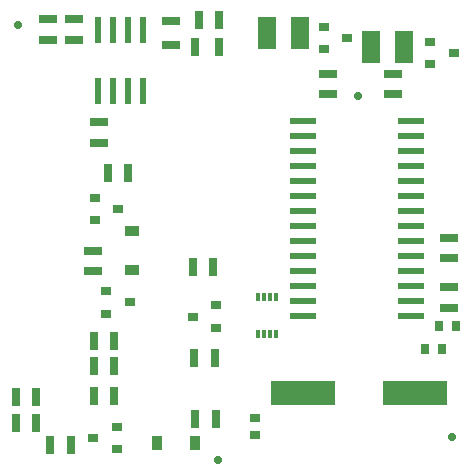
<source format=gbp>
%FSLAX24Y24*%
%MOIN*%
G70*
G01*
G75*
G04 Layer_Color=128*
%ADD10C,0.0079*%
%ADD11C,0.0276*%
%ADD12R,0.0276X0.0394*%
%ADD13R,0.0236X0.0886*%
%ADD14R,0.0591X0.0295*%
%ADD15R,0.0295X0.0591*%
%ADD16R,0.0354X0.0315*%
%ADD17R,0.0492X0.0433*%
%ADD18R,0.0906X0.0906*%
%ADD19R,0.0354X0.0315*%
%ADD20R,0.0315X0.0354*%
%ADD21R,0.0236X0.0197*%
%ADD22R,0.0394X0.0276*%
%ADD23R,0.0315X0.0630*%
%ADD24R,0.0846X0.0335*%
%ADD25C,0.0335*%
%ADD26R,0.0335X0.0846*%
%ADD27R,0.0886X0.0236*%
%ADD28R,0.0299X0.0945*%
%ADD29C,0.0138*%
%ADD30C,0.0100*%
%ADD31C,0.0118*%
%ADD32C,0.0098*%
%ADD33O,0.0669X0.1181*%
%ADD34R,0.0380X0.0380*%
%ADD35C,0.0380*%
%ADD36C,0.0380*%
%ADD37R,0.0630X0.0315*%
%ADD38R,0.0906X0.0236*%
%ADD39R,0.0630X0.1063*%
%ADD40R,0.0358X0.0480*%
%ADD41R,0.0480X0.0358*%
%ADD42R,0.0118X0.0295*%
%ADD43R,0.2165X0.0827*%
%ADD44C,0.0236*%
%ADD45C,0.0394*%
%ADD46C,0.0039*%
%ADD47C,0.0063*%
%ADD48R,0.0246X0.0433*%
%ADD49C,0.0827*%
%ADD50R,0.0356X0.0474*%
%ADD51R,0.0316X0.0966*%
%ADD52R,0.0671X0.0375*%
%ADD53R,0.0375X0.0671*%
%ADD54R,0.0434X0.0395*%
%ADD55R,0.0572X0.0513*%
%ADD56R,0.0986X0.0986*%
%ADD57R,0.0434X0.0395*%
%ADD58R,0.0395X0.0434*%
%ADD59R,0.0316X0.0277*%
%ADD60R,0.0474X0.0356*%
%ADD61R,0.0395X0.0710*%
%ADD62R,0.0926X0.0415*%
%ADD63C,0.0415*%
%ADD64R,0.0415X0.0926*%
%ADD65R,0.0966X0.0316*%
%ADD66R,0.0379X0.1025*%
%ADD67O,0.0749X0.1261*%
%ADD68R,0.0460X0.0460*%
%ADD69C,0.0460*%
%ADD70R,0.0710X0.0395*%
%ADD71R,0.0986X0.0316*%
%ADD72R,0.0710X0.1143*%
%ADD73R,0.0438X0.0560*%
%ADD74R,0.0560X0.0438*%
%ADD75R,0.0150X0.0327*%
%ADD76R,0.2245X0.0907*%
D11*
X7283Y551D02*
D03*
X591Y15039D02*
D03*
X15079Y1299D02*
D03*
X11929Y12677D02*
D03*
D13*
X3266Y12835D02*
D03*
Y14882D02*
D03*
X3766Y12835D02*
D03*
X4266D02*
D03*
X4766D02*
D03*
X3766Y14882D02*
D03*
X4266D02*
D03*
X4766D02*
D03*
D14*
X14961Y5602D02*
D03*
Y6291D02*
D03*
Y7254D02*
D03*
Y7943D02*
D03*
X13110Y12726D02*
D03*
Y13415D02*
D03*
X10945Y12726D02*
D03*
Y13415D02*
D03*
X3307Y11112D02*
D03*
Y11801D02*
D03*
X3110Y6821D02*
D03*
Y7510D02*
D03*
X2480Y14537D02*
D03*
Y15226D02*
D03*
X1614Y14537D02*
D03*
Y15226D02*
D03*
D15*
X522Y1772D02*
D03*
X1211D02*
D03*
X522Y2638D02*
D03*
X1211D02*
D03*
X1663Y1024D02*
D03*
X2352D02*
D03*
X6427Y6969D02*
D03*
X7116D02*
D03*
X6506Y1890D02*
D03*
X7195D02*
D03*
X6467Y3937D02*
D03*
X7156D02*
D03*
X3120Y4488D02*
D03*
X3809D02*
D03*
X3120Y3661D02*
D03*
X3809D02*
D03*
X3593Y10118D02*
D03*
X4281D02*
D03*
X6624Y15197D02*
D03*
X7313D02*
D03*
X3120Y2677D02*
D03*
X3809D02*
D03*
D16*
X14331Y13720D02*
D03*
Y14468D02*
D03*
X15118Y14094D02*
D03*
X10787Y14232D02*
D03*
Y14980D02*
D03*
X11575Y14606D02*
D03*
X6417Y5315D02*
D03*
X7205Y4941D02*
D03*
Y5689D02*
D03*
X3110Y1260D02*
D03*
X3898Y886D02*
D03*
Y1634D02*
D03*
X3150Y8524D02*
D03*
Y9272D02*
D03*
X3937Y8898D02*
D03*
X3543Y5413D02*
D03*
Y6161D02*
D03*
X4331Y5787D02*
D03*
D19*
X8504Y1378D02*
D03*
Y1929D02*
D03*
D20*
X14173Y4252D02*
D03*
X14724D02*
D03*
X14646Y5000D02*
D03*
X15197D02*
D03*
D23*
X6498Y14291D02*
D03*
X7285D02*
D03*
D37*
X5709Y14370D02*
D03*
Y15157D02*
D03*
D38*
X10089Y6333D02*
D03*
Y6833D02*
D03*
Y5333D02*
D03*
Y5833D02*
D03*
Y8333D02*
D03*
Y7333D02*
D03*
Y7833D02*
D03*
Y9833D02*
D03*
Y8833D02*
D03*
Y9333D02*
D03*
Y11333D02*
D03*
Y10333D02*
D03*
Y10833D02*
D03*
Y11833D02*
D03*
X13691Y7833D02*
D03*
Y6333D02*
D03*
Y5333D02*
D03*
Y5833D02*
D03*
Y6833D02*
D03*
Y7333D02*
D03*
Y8333D02*
D03*
Y8833D02*
D03*
Y9333D02*
D03*
Y9833D02*
D03*
Y10333D02*
D03*
Y11833D02*
D03*
Y10833D02*
D03*
Y11333D02*
D03*
D39*
X12362Y14291D02*
D03*
X13465D02*
D03*
X8898Y14764D02*
D03*
X10000D02*
D03*
D40*
X5222Y1102D02*
D03*
X6510D02*
D03*
D41*
X4409Y6876D02*
D03*
Y8163D02*
D03*
D42*
X8602Y5965D02*
D03*
X8996Y4744D02*
D03*
X8602D02*
D03*
X8799D02*
D03*
X9193D02*
D03*
X8799Y5965D02*
D03*
X8996D02*
D03*
X9193D02*
D03*
D43*
X10098Y2756D02*
D03*
X13839D02*
D03*
M02*

</source>
